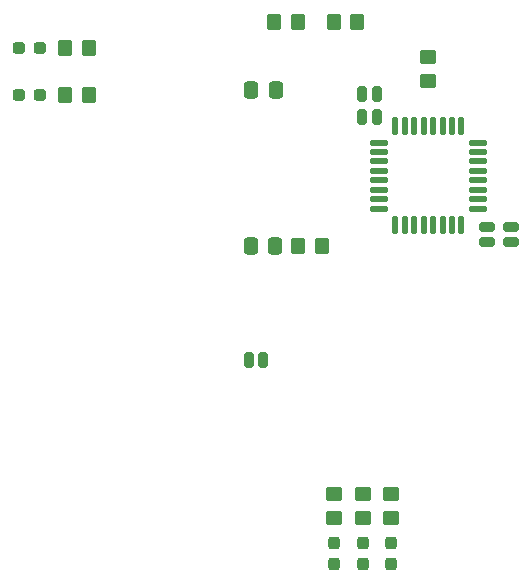
<source format=gtp>
G04 #@! TF.GenerationSoftware,KiCad,Pcbnew,(6.0.8-1)-1*
G04 #@! TF.CreationDate,2023-04-27T22:08:01+09:00*
G04 #@! TF.ProjectId,ikako_f303,696b616b-6f5f-4663-9330-332e6b696361,rev?*
G04 #@! TF.SameCoordinates,Original*
G04 #@! TF.FileFunction,Paste,Top*
G04 #@! TF.FilePolarity,Positive*
%FSLAX46Y46*%
G04 Gerber Fmt 4.6, Leading zero omitted, Abs format (unit mm)*
G04 Created by KiCad (PCBNEW (6.0.8-1)-1) date 2023-04-27 22:08:01*
%MOMM*%
%LPD*%
G01*
G04 APERTURE LIST*
G04 Aperture macros list*
%AMRoundRect*
0 Rectangle with rounded corners*
0 $1 Rounding radius*
0 $2 $3 $4 $5 $6 $7 $8 $9 X,Y pos of 4 corners*
0 Add a 4 corners polygon primitive as box body*
4,1,4,$2,$3,$4,$5,$6,$7,$8,$9,$2,$3,0*
0 Add four circle primitives for the rounded corners*
1,1,$1+$1,$2,$3*
1,1,$1+$1,$4,$5*
1,1,$1+$1,$6,$7*
1,1,$1+$1,$8,$9*
0 Add four rect primitives between the rounded corners*
20,1,$1+$1,$2,$3,$4,$5,0*
20,1,$1+$1,$4,$5,$6,$7,0*
20,1,$1+$1,$6,$7,$8,$9,0*
20,1,$1+$1,$8,$9,$2,$3,0*%
G04 Aperture macros list end*
%ADD10RoundRect,0.250000X-0.450000X0.350000X-0.450000X-0.350000X0.450000X-0.350000X0.450000X0.350000X0*%
%ADD11RoundRect,0.250000X0.337500X0.475000X-0.337500X0.475000X-0.337500X-0.475000X0.337500X-0.475000X0*%
%ADD12RoundRect,0.237500X0.237500X-0.287500X0.237500X0.287500X-0.237500X0.287500X-0.237500X-0.287500X0*%
%ADD13RoundRect,0.208750X0.208750X0.431250X-0.208750X0.431250X-0.208750X-0.431250X0.208750X-0.431250X0*%
%ADD14RoundRect,0.237500X-0.287500X-0.237500X0.287500X-0.237500X0.287500X0.237500X-0.287500X0.237500X0*%
%ADD15RoundRect,0.250000X-0.350000X-0.450000X0.350000X-0.450000X0.350000X0.450000X-0.350000X0.450000X0*%
%ADD16RoundRect,0.250000X0.350000X0.450000X-0.350000X0.450000X-0.350000X-0.450000X0.350000X-0.450000X0*%
%ADD17RoundRect,0.125000X-0.625000X-0.125000X0.625000X-0.125000X0.625000X0.125000X-0.625000X0.125000X0*%
%ADD18RoundRect,0.125000X-0.125000X-0.625000X0.125000X-0.625000X0.125000X0.625000X-0.125000X0.625000X0*%
%ADD19RoundRect,0.208750X-0.431250X0.208750X-0.431250X-0.208750X0.431250X-0.208750X0.431250X0.208750X0*%
G04 APERTURE END LIST*
D10*
X153000000Y-64000000D03*
X153000000Y-66000000D03*
D11*
X140092960Y-66745310D03*
X138017960Y-66745310D03*
D12*
X145000000Y-106875000D03*
X145000000Y-105125000D03*
D13*
X148646317Y-67104844D03*
X147391317Y-67104844D03*
D14*
X118328521Y-63201280D03*
X120078521Y-63201280D03*
D10*
X145000000Y-101000000D03*
X145000000Y-103000000D03*
D15*
X145000000Y-61000000D03*
X147000000Y-61000000D03*
D12*
X147467304Y-106875000D03*
X147467304Y-105125000D03*
D10*
X149842304Y-101000000D03*
X149842304Y-103000000D03*
D16*
X124255492Y-63200000D03*
X122255492Y-63200000D03*
D11*
X140037500Y-80000000D03*
X137962500Y-80000000D03*
D13*
X139039825Y-89589916D03*
X137784825Y-89589916D03*
D17*
X148825000Y-71200000D03*
X148825000Y-72000000D03*
X148825000Y-72800000D03*
X148825000Y-73600000D03*
X148825000Y-74400000D03*
X148825000Y-75200000D03*
X148825000Y-76000000D03*
X148825000Y-76800000D03*
D18*
X150200000Y-78175000D03*
X151000000Y-78175000D03*
X151800000Y-78175000D03*
X152600000Y-78175000D03*
X153400000Y-78175000D03*
X154200000Y-78175000D03*
X155000000Y-78175000D03*
X155800000Y-78175000D03*
D17*
X157175000Y-76800000D03*
X157175000Y-76000000D03*
X157175000Y-75200000D03*
X157175000Y-74400000D03*
X157175000Y-73600000D03*
X157175000Y-72800000D03*
X157175000Y-72000000D03*
X157175000Y-71200000D03*
D18*
X155800000Y-69825000D03*
X155000000Y-69825000D03*
X154200000Y-69825000D03*
X153400000Y-69825000D03*
X152600000Y-69825000D03*
X151800000Y-69825000D03*
X151000000Y-69825000D03*
X150200000Y-69825000D03*
D16*
X124255492Y-67200000D03*
X122255492Y-67200000D03*
X144000000Y-80000000D03*
X142000000Y-80000000D03*
D10*
X147467304Y-101000000D03*
X147467304Y-103000000D03*
D19*
X160000000Y-78372500D03*
X160000000Y-79627500D03*
D13*
X148627500Y-69000000D03*
X147372500Y-69000000D03*
D12*
X149842304Y-106875000D03*
X149842304Y-105125000D03*
D14*
X118343711Y-67200000D03*
X120093711Y-67200000D03*
D15*
X139966094Y-61021829D03*
X141966094Y-61021829D03*
D19*
X158000000Y-78372500D03*
X158000000Y-79627500D03*
M02*

</source>
